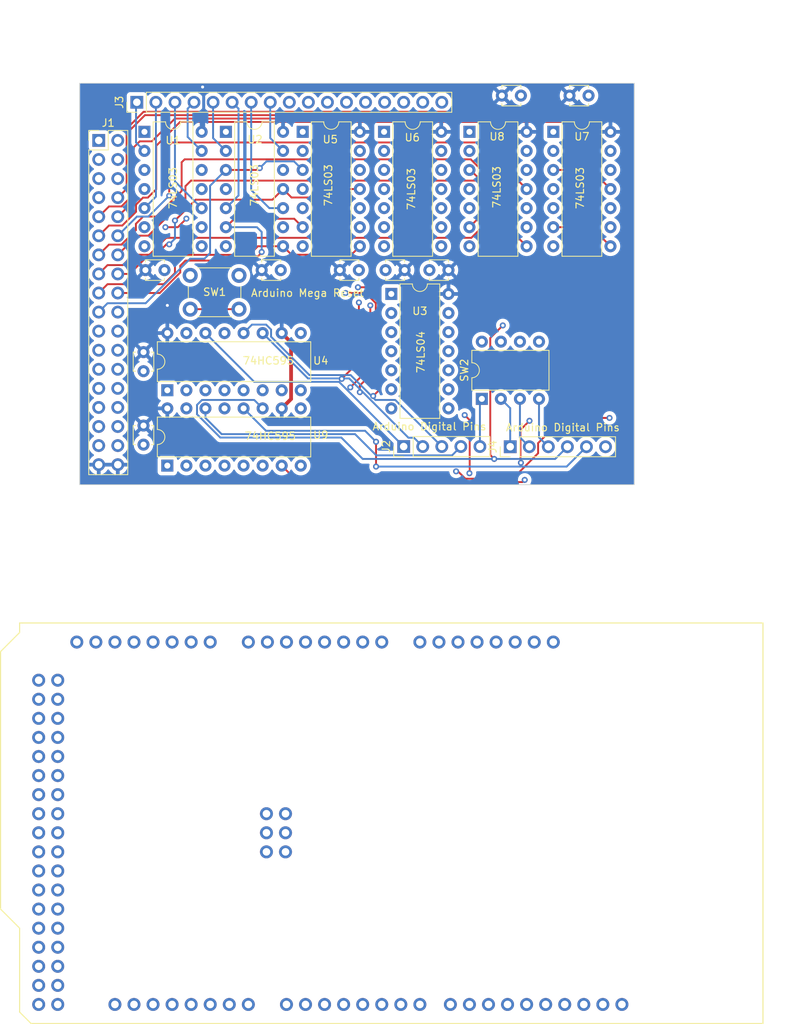
<source format=kicad_pcb>
(kicad_pcb (version 20221018) (generator pcbnew)
  (layers (0 "F.Cu" signal) (1 "In1.Cu" signal) (2 "In2.Cu" signal) (31 "B.Cu" signal) (34 "B.Paste" user) (35 "F.Paste" user) (36 "B.SilkS" user "B.Silkscreen") (37 "F.SilkS" user "F.Silkscreen") (38 "B.Mask" user) (39 "F.Mask" user) (44 "Edge.Cuts" user))
  (net 0 "")
  (net 1 "+5V")
  (net 2 "GND")
  (net 3 "~{POWER FAIL}")
  (net 4 "MEM OK")
  (net 5 "~{EXEC}")
  (net 6 "~{DEFER}")
  (net 7 "~{FETCH}")
  (net 8 "~{MEM15}")
  (net 9 "~{MEM14}")
  (net 10 "~{MEM13}")
  (net 11 "~{MEM12}")
  (net 12 "~{MEM11}")
  (net 13 "~{MEM10}")
  (net 14 "~{MEM9}")
  (net 15 "~{MEM8}")
  (net 16 "~{MEM7}")
  (net 17 "~{MEM6}")
  (net 18 "~{MEM5}")
  (net 19 "~{MEM4}")
  (net 20 "~{MEM3}")
  (net 21 "~{MEM2}")
  (net 22 "~{MEM1}")
  (net 23 "~{MEM0}")
  (net 24 "~{CARRY}")
  (net 25 "~{ION}")
  (net 26 "~{RUN}")
  (net 27 "~{MBO15}")
  (net 28 "~{MBO14}")
  (net 29 "~{MBO13}")
  (net 30 "~{MBO12}")
  (net 31 "~{MBO11}")
  (net 32 "~{MBO10}")
  (net 33 "~{MBO9}")
  (net 34 "~{MBO8}")
  (net 35 "DataPin1")
  (net 36 "ClockPin1")
  (net 37 "LatchPin1")
  (net 38 "DataPin2")
  (net 39 "DIP4")
  (net 40 "A15")
  (net 41 "A14")
  (net 42 "A13")
  (net 43 "A12")
  (net 44 "A11")
  (net 45 "A10")
  (net 46 "A09")
  (net 47 "A08")
  (net 49 "RESTART ENABLE")
  (net 50 "~{RST}")
  (net 51 "~{CON RQ}")
  (net 52 "~{CON INST}")
  (net 53 "~{PL}")
  (net 54 "~{ISTP}")
  (net 55 "A01")
  (net 56 "A00")
  (net 57 "DIP3")
  (net 58 "DIP2")
  (net 59 "DIP1")
  (net 60 "ClockPin2")
  (net 61 "LatchPin2")
  (net 62 "/+5V OK")
  (net 63 "RST1")
  (net 64 "CON INST")
  (net 65 "~{CON DATA}")
  (net 66 "CON DATA")
  (net 67 "Addr01")
  (net 68 "Addr02")
  (net 69 "Addr03")
  (net 70 "Addr04")
  (net 71 "Addr05")
  (net 72 "Addr06")
  (net 73 "Addr07")
  (net 76 "Addr00")
  (net 77 "Addr08")
  (net 78 "Addr09")
  (net 79 "Addr10")
  (net 80 "Addr11")
  (net 81 "Addr12")
  (net 82 "Addr13")
  (net 83 "Addr14")
  (net 84 "Addr15")
  (footprint "Forgotten Machines:Disc Capacitor Entrex Trapezoid .10" (layer "F.Cu") (at 76.962 90.043)
    (fp_text reference "C1" hide)
    (fp_text value "CAP_Disc_Common_-_Entrex_Trapezoid" hide)
  )
  (footprint "Connector_PinHeader_2.54mm:PinHeader_2x18_P2.54mm_Vertical" (layer "F.Cu") (at 69.469 72.771)
    (fp_text reference "J1")
    (fp_text value "Conn_02x18_Odd_Even" hide)
  )
  (footprint "Forgotten Machines:Disc Capacitor Entrex Trapezoid .10" (layer "F.Cu") (at 75.438 102.235 -90)
    (fp_text reference "C7" hide)
    (fp_text value "CAP_Disc_Common_-_Entrex_Trapezoid" hide)
  )
  (footprint "Package_DIP:DIP-14_W7.62mm" (layer "F.Cu") (at 75.565 71.628)
    (fp_text reference "U1")
    (fp_text value "74LS03")
  )
  (footprint "Package_DIP:DIP-14_W7.62mm" (layer "F.Cu") (at 118.872 71.628)
    (fp_text reference "U8")
    (fp_text value "74LS03")
  )
  (footprint "Connector_PinHeader_2.54mm:PinHeader_1x17_P2.54mm_Vertical" (layer "F.Cu") (at 74.549 67.691 90)
    (fp_text reference "J3")
    (fp_text value "Conn_01x17" hide)
  )
  (footprint "Forgotten Machines:Disc Capacitor Entrex Trapezoid .10" (layer "F.Cu") (at 75.438 112.013999 -90)
    (fp_text reference "C6" hide)
    (fp_text value "CAP_Disc_Common_-_Entrex_Trapezoid" hide)
  )
  (footprint "Package_DIP:DIP-14_W7.62mm" (layer "F.Cu") (at 96.647 71.628)
    (fp_text reference "U5")
    (fp_text value "74LS03")
  )
  (footprint "Package_DIP:DIP-14_W7.62mm" (layer "F.Cu") (at 108.458 93.218)
    (fp_text reference "U3")
    (fp_text value "74LS04")
  )
  (footprint "Package_DIP:DIP-14_W7.62mm" (layer "F.Cu") (at 107.497 71.628)
    (fp_text reference "U6")
    (fp_text value "74LS03")
  )
  (footprint "Forgotten Machines:Disc Capacitor Entrex Trapezoid .10" (layer "F.Cu") (at 92.456 90.043)
    (fp_text reference "C9" hide)
    (fp_text value "CAP_Disc_Common_-_Entrex_Trapezoid" hide)
  )
  (footprint "Forgotten Machines:Arduino_Mega2560_Shield" (layer "F.Cu") (at 157.988 137.033 180)
    (fp_text reference "XA1" hide)
    (fp_text value "Arduino_Mega2560_Shield" hide)
  )
  (footprint "Package_DIP:DIP-14_W7.62mm" (layer "F.Cu") (at 130.048 71.628)
    (fp_text reference "U7")
    (fp_text value "74LS03")
  )
  (footprint "Forgotten Machines:Disc Capacitor Entrex Trapezoid .10" (layer "F.Cu") (at 114.808 90.043 180)
    (fp_text reference "C4" hide)
    (fp_text value "CAP_Disc_Common_-_Entrex_Trapezoid" hide)
  )
  (footprint "Package_DIP:DIP-16_W7.62mm" (layer "F.Cu") (at 78.613 106.045 90)
    (fp_text reference "U4")
    (fp_text value "74HC595")
  )
  (footprint "Forgotten Machines:Disc Capacitor Entrex Trapezoid .10" (layer "F.Cu") (at 133.477 66.802)
    (fp_text reference "C5" hide)
    (fp_text value "CAP_Disc_Common_-_Entrex_Trapezoid" hide)
  )
  (footprint "Forgotten Machines:Disc Capacitor Entrex Trapezoid .10" (layer "F.Cu") (at 108.966 90.043 180)
    (fp_text reference "C3" hide)
    (fp_text value "CAP_Disc_Common_-_Entrex_Trapezoid" hide)
  )
  (footprint "Forgotten Machines:Disc Capacitor Entrex Trapezoid .10" (layer "F.Cu") (at 102.87 90.043)
    (fp_text reference "C8" hide)
    (fp_text value "CAP_Disc_Common_-_Entrex_Trapezoid" hide)
  )
  (footprint "Button_Switch_THT:SW_PUSH_6mm" (layer "F.Cu") (at 81.661 90.744)
    (fp_text reference "SW1")
    (fp_text value "Arduino Mega Reset")
  )
  (footprint "Package_DIP:DIP-16_W7.62mm" (layer "F.Cu") (at 78.613 116.078 90)
    (fp_text reference "U9")
    (fp_text value "74HC595")
  )
  (footprint "Connector_PinHeader_2.54mm:PinHeader_1x05_P2.54mm_Vertical" (layer "F.Cu") (at 110.109 113.538 90)
    (fp_text reference "J2")
    (fp_text value "Arduino Digital Pins")
  )
  (footprint "Connector_PinHeader_2.54mm:PinHeader_1x06_P2.54mm_Vertical" (layer "F.Cu") (at 124.3076 113.5634 90)
    (fp_text reference "J4")
    (fp_text value "Arduino Digital Pins")
  )
  (footprint "Package_DIP:DIP-14_W7.62mm" (layer "F.Cu") (at 86.415 71.628)
    (fp_text reference "U2")
    (fp_text value "74LS03")
  )
  (footprint "Forgotten Machines:Disc Capacitor Entrex Trapezoid .10" (layer "F.Cu") (at 124.46 66.802)
    (fp_text reference "C2" hide)
    (fp_text value "CAP_Disc_Common_-_Entrex_Trapezoid" hide)
  )
  (footprint "Package_DIP:DIP-8_W7.62mm" (layer "F.Cu") (at 120.523 107.188 90)
    (fp_text reference "SW2")
    (fp_text value "SW_DIP_x04" hide)
  )
  (gr_rect (start 66.929 65.151) (end 140.843 118.618) (stroke (width 0.1)) (fill none) (layer "Edge.Cuts"))
  (segment (start 93.853 98.425) (end 95.053 99.625) (width 0.4) (layer "F.Cu") (net 1))
  (segment (start 93.853 108.458) (end 95.103 107.208) (width 0.5) (layer "F.Cu") (net 1))
  (segment (start 95.103 99.675) (end 93.853 98.425) (width 0.5) (layer "F.Cu") (net 1))
  (segment (start 95.103 107.208) (end 95.103 99.675) (width 0.5) (layer "F.Cu") (net 1))
  (via (at 83.312 65.659) (size 0.8) (drill 0.4) (layers "F.Cu" "B.Cu") (net 1))
  (via (at 78.613 94.742) (size 0.8) (drill 0.4) (layers "F.Cu" "B.Cu") (net 1))
  (segment (start 83.459 71.354) (end 83.185 71.628) (width 0.4) (layer "B.Cu") (net 1))
  (segment (start 83.459 65.806) (end 83.459 71.354) (width 0.4) (layer "B.Cu") (net 1))
  (segment (start 83.185 71.628) (end 83.344 71.469) (width 0.25) (layer "B.Cu") (net 1))
  (segment (start 83.312 65.659) (end 83.459 65.806) (width 0.4) (layer "B.Cu") (net 1))
  (segment (start 136.144 77.724) (end 136.144 70.485) (width 0.25) (layer "F.Cu") (net 8))
  (segment (start 73.184 79.216) (end 72.009 80.391) (width 0.25) (layer "F.Cu") (net 8))
  (segment (start 136.144 70.485) (end 134.62 68.961) (width 0.25) (layer "F.Cu") (net 8))
  (segment (start 75.438 68.961) (end 73.184 71.215) (width 0.25) (layer "F.Cu") (net 8))
  (segment (start 137.668 79.248) (end 136.144 77.724) (width 0.25) (layer "F.Cu") (net 8))
  (segment (start 73.184 71.215) (end 73.184 79.216) (width 0.25) (layer "F.Cu") (net 8))
  (segment (start 134.62 68.961) (end 75.438 68.961) (width 0.25) (layer "F.Cu") (net 8))
  (segment (start 135.382 71.501) (end 135.382 84.582) (width 0.25) (layer "F.Cu") (net 9))
  (segment (start 133.292 69.411) (end 135.382 71.501) (width 0.25) (layer "F.Cu") (net 9))
  (segment (start 75.624396 69.411) (end 133.292 69.411) (width 0.25) (layer "F.Cu") (net 9))
  (segment (start 73.634 71.401396) (end 75.624396 69.411) (width 0.25) (layer "F.Cu") (net 9))
  (segment (start 70.834 81.566) (end 72.495701 81.566) (width 0.25) (layer "F.Cu") (net 9))
  (segment (start 135.382 84.582) (end 137.668 86.868) (width 0.25) (layer "F.Cu") (net 9))
  (segment (start 69.469 82.931) (end 70.834 81.566) (width 0.25) (layer "F.Cu") (net 9))
  (segment (start 73.634 80.427701) (end 73.634 71.401396) (width 0.25) (layer "F.Cu") (net 9))
  (segment (start 72.495701 81.566) (end 73.634 80.427701) (width 0.25) (layer "F.Cu") (net 9))
  (segment (start 131.884 84.328) (end 130.048 84.328) (width 0.25) (layer "F.Cu") (net 10))
  (segment (start 78.279 71.211) (end 79.629 69.861) (width 0.25) (layer "F.Cu") (net 10))
  (segment (start 74.084 80.856) (end 74.084 73.744) (width 0.25) (layer "F.Cu") (net 10))
  (segment (start 74.93 72.898) (end 76.545 72.898) (width 0.25) (layer "F.Cu") (net 10))
  (segment (start 134.932 71.687396) (end 134.932 81.28) (width 0.25) (layer "F.Cu") (net 10))
  (segment (start 76.545 72.898) (end 78.232 71.211) (width 0.25) (layer "F.Cu") (net 10))
  (segment (start 74.084 73.744) (end 74.93 72.898) (width 0.25) (layer "F.Cu") (net 10))
  (segment (start 72.009 82.931) (end 74.084 80.856) (width 0.25) (layer "F.Cu") (net 10))
  (segment (start 134.932 81.28) (end 131.884 84.328) (width 0.25) (layer "F.Cu") (net 10))
  (segment (start 133.105604 69.861) (end 134.932 71.687396) (width 0.25) (layer "F.Cu") (net 10))
  (segment (start 79.629 69.861) (end 133.105604 69.861) (width 0.25) (layer "F.Cu") (net 10))
  (segment (start 78.232 71.211) (end 78.279 71.211) (width 0.25) (layer "F.Cu") (net 10))
  (segment (start 74.44 82.278) (end 74.44 81.322009) (width 0.25) (layer "F.Cu") (net 11))
  (segment (start 77.135198 73.486802) (end 80.311 70.311) (width 0.25) (layer "F.Cu") (net 11))
  (segment (start 72.612 84.106) (end 74.44 82.278) (width 0.25) (layer "F.Cu") (net 11))
  (segment (start 80.311 70.311) (end 131.525 70.311) (width 0.25) (layer "F.Cu") (net 11))
  (segment (start 133.858 72.644) (end 133.858 75.057) (width 0.25) (layer "F.Cu") (net 11))
  (segment (start 75.371009 80.391) (end 76.012991 80.391) (width 0.25) (layer "F.Cu") (net 11))
  (segment (start 133.858 75.057) (end 132.207 76.708) (width 0.25) (layer "F.Cu") (net 11))
  (segment (start 70.834 84.106) (end 72.612 84.106) (width 0.25) (layer "F.Cu") (net 11))
  (segment (start 131.525 70.311) (end 133.858 72.644) (width 0.25) (layer "F.Cu") (net 11))
  (segment (start 76.012991 80.391) (end 77.135198 79.268793) (width 0.25) (layer "F.Cu") (net 11))
  (segment (start 132.207 76.708) (end 130.048 76.708) (width 0.25) (layer "F.Cu") (net 11))
  (segment (start 77.135198 79.268793) (end 77.135198 73.486802) (width 0.25) (layer "F.Cu") (net 11))
  (segment (start 74.44 81.322009) (end 75.371009 80.391) (width 0.25) (layer "F.Cu") (net 11))
  (segment (start 69.469 85.471) (end 70.834 84.106) (width 0.25) (layer "F.Cu") (net 11))
  (segment (start 78.867 80.137) (end 78.867 73.406) (width 0.25) (layer "F.Cu") (net 12))
  (segment (start 122.065 73.043) (end 123.444 74.422) (width 0.25) (layer "F.Cu") (net 12))
  (segment (start 123.444 74.422) (end 123.444 76.2) (width 0.25) (layer "F.Cu") (net 12))
  (segment (start 78.867 73.406) (end 79.23 73.043) (width 0.25) (layer "F.Cu") (net 12))
  (segment (start 123.444 76.2) (end 126.492 79.248) (width 0.25) (layer "F.Cu") (net 12))
  (segment (start 79.23 73.043) (end 122.065 73.043) (width 0.25) (layer "F.Cu") (net 12))
  (via (at 78.867 80.137) (size 0.8) (drill 0.4) (layers "F.Cu" "B.Cu") (net 12))
  (segment (start 76.091 82.913) (end 78.867 80.137) (width 0.25) (layer "B.Cu") (net 12))
  (segment (start 72.009 85.471) (end 74.567 82.913) (width 0.25) (layer "B.Cu") (net 12))
  (segment (start 74.567 82.913) (end 76.091 82.913) (width 0.25) (layer "B.Cu") (net 12))
  (segment (start 80.917 75.293) (end 119.047991 75.293) (width 0.25) (layer "F.Cu") (net 13))
  (segment (start 80.518 79.511305) (end 80.518 75.692) (width 0.25) (layer "F.Cu") (net 13))
  (segment (start 77.116305 82.913) (end 80.518 79.511305) (width 0.25) (layer "F.Cu") (net 13))
  (segment (start 123.571 79.816009) (end 123.571 83.947) (width 0.25) (layer "F.Cu") (net 13))
  (segment (start 119.047991 75.293) (end 123.571 79.816009) (width 0.25) (layer "F.Cu") (net 13))
  (segment (start 75.389009 82.913) (end 77.116305 82.913) (width 0.25) (layer "F.Cu") (net 13))
  (segment (start 72.495701 86.646) (end 74.422 84.719701) (width 0.25) (layer "F.Cu") (net 13))
  (segment (start 74.422 84.719701) (end 74.422 83.880009) (width 0.25) (layer "F.Cu") (net 13))
  (segment (start 74.422 83.880009) (end 75.389009 82.913) (width 0.25) (layer "F.Cu") (net 13))
  (segment (start 70.834 86.646) (end 72.495701 86.646) (width 0.25) (layer "F.Cu") (net 13))
  (segment (start 69.469 88.011) (end 70.834 86.646) (width 0.25) (layer "F.Cu") (net 13))
  (segment (start 80.518 75.692) (end 80.917 75.293) (width 0.25) (layer "F.Cu") (net 13))
  (segment (start 123.571 83.947) (end 126.492 86.868) (width 0.25) (layer "F.Cu") (net 13))
  (segment (start 118.872 84.328) (end 121.6025 81.5975) (width 0.25) (layer "F.Cu") (net 14))
  (segment (start 76.091 85.453) (end 74.567 85.453) (width 0.25) (layer "F.Cu") (net 14))
  (segment (start 81.026 78.867) (end 81.026 80.518) (width 0.25) (layer "F.Cu") (net 14))
  (segment (start 81.77 78.123) (end 81.026 78.867) (width 0.25) (layer "F.Cu") (net 14))
  (segment (start 121.6025 79.9465) (end 119.779 78.123) (width 0.25) (layer "F.Cu") (net 14))
  (segment (start 119.779 78.123) (end 81.77 78.123) (width 0.25) (layer "F.Cu") (net 14))
  (segment (start 74.567 85.453) (end 72.009 88.011) (width 0.25) (layer "F.Cu") (net 14))
  (segment (start 81.026 80.518) (end 76.091 85.453) (width 0.25) (layer "F.Cu") (net 14))
  (segment (start 121.6025 81.5975) (end 121.6025 79.9465) (width 0.25) (layer "F.Cu") (net 14))
  (segment (start 119.000396 76.708) (end 122.0525 79.760104) (width 0.25) (layer "F.Cu") (net 15))
  (segment (start 72.676 89.376) (end 70.644 89.376) (width 0.25) (layer "F.Cu") (net 15))
  (segment (start 122.0525 82.8165) (end 119.126 85.743) (width 0.25) (layer "F.Cu") (net 15))
  (segment (start 122.0525 79.760104) (end 122.0525 82.8165) (width 0.25) (layer "F.Cu") (net 15))
  (segment (start 74.059 87.993) (end 72.676 89.376) (width 0.25) (layer "F.Cu") (net 15))
  (segment (start 76.218 87.993) (end 74.059 87.993) (width 0.25) (layer "F.Cu") (net 15))
  (segment (start 118.872 76.708) (end 119.000396 76.708) (width 0.25) (layer "F.Cu") (net 15))
  (segment (start 78.468 85.743) (end 76.218 87.993) (width 0.25) (layer "F.Cu") (net 15))
  (segment (start 119.126 85.743) (end 78.468 85.743) (width 0.25) (layer "F.Cu") (net 15))
  (segment (start 70.644 89.376) (end 69.469 90.551) (width 0.25) (layer "F.Cu") (net 15))
  (segment (start 94.035 79.248) (end 92.62 80.663) (width 0.25) (layer "F.Cu") (net 16))
  (segment (start 99.078 80.373) (end 100.203 79.248) (width 0.25) (layer "F.Cu") (net 16))
  (segment (start 75.625009 88.519) (end 76.581 88.519) (width 0.25) (layer "F.Cu") (net 16))
  (segment (start 73.593009 90.551) (end 75.625009 88.519) (width 0.25) (layer "F.Cu") (net 16))
  (segment (start 78.486 86.614) (end 78.867 86.614) (width 0.25) (layer "F.Cu") (net 16))
  (segment (start 82.405 80.663) (end 79.629 83.439) (width 0.25) (layer "F.Cu") (net 16))
  (segment (start 92.62 80.663) (end 82.405 80.663) (width 0.25) (layer "F.Cu") (net 16))
  (segment (start 72.009 90.551) (end 73.593009 90.551) (width 0.25) (layer "F.Cu") (net 16))
  (segment (start 94.035 79.248) (end 95.16 80.373) (width 0.25) (layer "F.Cu") (net 16))
  (segment (start 76.581 88.519) (end 78.486 86.614) (width 0.25) (layer "F.Cu") (net 16))
  (segment (start 95.16 80.373) (end 99.078 80.373) (width 0.25) (layer "F.Cu") (net 16))
  (segment (start 100.203 79.248) (end 104.267 79.248) (width 0.25) (layer "F.Cu") (net 16))
  (via (at 78.867 86.614) (size 0.8) (drill 0.4) (layers "F.Cu" "B.Cu") (net 16))
  (via (at 79.629 83.439) (size 0.8) (drill 0.4) (layers "F.Cu" "B.Cu") (net 16))
  (segment (start 79.629 85.852) (end 79.629 83.439) (width 0.25) (layer "B.Cu") (net 16))
  (segment (start 78.867 86.614) (end 79.629 85.852) (width 0.25) (layer "B.Cu") (net 16))
  (segment (start 103.142 87.993) (end 104.267 86.868) (width 0.25) (layer "F.Cu") (net 17))
  (segment (start 70.644 91.916) (end 78.137 91.916) (width 0.25) (layer "F.Cu") (net 17))
  (segment (start 80.137 88.011) (end 89.535 88.011) (width 0.25) (layer "F.Cu") (net 17))
  (segment (start 69.469 93.091) (end 70.644 91.916) (width 0.25) (layer "F.Cu") (net 17))
  (segment (start 79.629 90.424) (end 79.629 88.519) (width 0.25) (layer "F.Cu") (net 17))
  (segment (start 95.16 87.993) (end 103.142 87.993) (width 0.25) (layer "F.Cu") (net 17))
  (segment (start 79.629 88.519) (end 80.137 88.011) (width 0.25) (layer "F.Cu") (net 17))
  (segment (start 90.678 86.868) (end 94.035 86.868) (width 0.25) (layer "F.Cu") (net 17))
  (segment (start 89.535 88.011) (end 90.678 86.868) (width 0.25) (layer "F.Cu") (net 17))
  (segment (start 94.035 86.868) (end 95.16 87.993) (width 0.25) (layer "F.Cu") (net 17))
  (segment (start 78.137 91.916) (end 79.629 90.424) (width 0.25) (layer "F.Cu") (net 17))
  (segment (start 77.598396 93.091) (end 80.336 90.353396) (width 0.25) (layer "F.Cu") (net 18))
  (segment (start 86.233 88.773) (end 86.487 88.519) (width 0.25) (layer "F.Cu") (net 18))
  (segment (start 80.336 90.353396) (end 80.336 89.463) (width 0.25) (layer "F.Cu") (net 18))
  (segment (start 86.487 88.519) (end 89.663396 88.519) (width 0.25) (layer "F.Cu") (net 18))
  (segment (start 89.663396 88.519) (end 89.985 88.197396) (width 0.25) (layer "F.Cu") (net 18))
  (segment (start 80.336 89.463) (end 81.026 88.773) (width 0.25) (layer "F.Cu") (net 18))
  (segment (start 86.415 84.328) (end 87.54 83.203) (width 0.25) (layer "F.Cu") (net 18))
  (segment (start 90.745604 88.197396) (end 91.186 87.63) (width 0.25) (layer "F.Cu") (net 18))
  (segment (start 87.54 83.203) (end 95.522 83.203) (width 0.25) (layer "F.Cu") (net 18))
  (segment (start 72.009 93.091) (end 77.598396 93.091) (width 0.25) (layer "F.Cu") (net 18))
  (segment (start 91.186 87.63) (end 91.186 87.757) (width 0.25) (layer "F.Cu") (net 18))
  (segment (start 89.985 88.197396) (end 90.745604 88.197396) (width 0.25) (layer "F.Cu") (net 18))
  (segment (start 81.026 88.773) (end 86.233 88.773) (width 0.25) (layer "F.Cu") (net 18))
  (segment (start 95.522 83.203) (end 96.647 84.328) (width 0.25) (layer "F.Cu") (net 18))
  (via (at 91.186 87.63) (size 0.8) (drill 0.4) (layers "F.Cu" "B.Cu") (net 18))
  (segment (start 90.551 84.328) (end 86.415 84.328) (width 0.25) (layer "B.Cu") (net 18))
  (segment (start 91.186 87.63) (end 91.186 84.963) (width 0.25) (layer "B.Cu") (net 18))
  (segment (start 91.186 84.963) (end 90.551 84.328) (width 0.25) (layer "B.Cu") (net 18))
  (segment (start 90.678 76.708) (end 90.932 76.454) (width 0.25) (layer "F.Cu") (net 19))
  (segment (start 86.415 76.708) (end 90.678 76.708) (width 0.25) (layer "F.Cu") (net 19))
  (via (at 90.932 76.454) (size 0.8) (drill 0.4) (layers "F.Cu" "B.Cu") (net 19))
  (segment (start 90.932 76.454) (end 91.821 75.565) (width 0.25) (layer "B.Cu") (net 19))
  (segment (start 86.415 76.708) (end 84.31 78.813) (width 0.25) (layer "B.Cu") (net 19))
  (segment (start 83.566 88.519) (end 81.661 88.519) (width 0.25) (layer "B.Cu") (net 19))
  (segment (start 96.647 76.708) (end 95.504 75.565) (width 0.25) (layer "B.Cu") (net 19))
  (segment (start 75.724 94.456) (end 70.644 94.456) (width 0.25) (layer "B.Cu") (net 19))
  (segment (start 84.31 78.813) (end 84.31 87.775) (width 0.25) (layer "B.Cu") (net 19))
  (segment (start 81.661 88.519) (end 75.724 94.456) (width 0.25) (layer "B.Cu") (net 19))
  (segment (start 95.504 75.565) (end 91.821 75.565) (width 0.25) (layer "B.Cu") (net 19))
  (segment (start 84.31 87.775) (end 83.566 88.519) (width 0.25) (layer "B.Cu") (net 19))
  (segment (start 70.644 94.456) (end 69.469 95.631) (width 0.25) (layer "B.Cu") (net 19))
  (segment (start 80.01 84.328) (end 81.153 83.185) (width 0.25) (layer "F.Cu") (net 22))
  (segment (start 78.359 84.328) (end 80.01 84.328) (width 0.25) (layer "F.Cu") (net 22))
  (via (at 81.153 83.185) (size 0.8) (drill 0.4) (layers "F.Cu" "B.Cu") (net 22))
  (via (at 78.359 84.328) (size 0.8) (drill 0.4) (layers "F.Cu" "B.Cu") (net 22))
  (segment (start 83.693 98.425) (end 90.188 104.92) (width 0.25) (layer "B.Cu") (net 35))
  (segment (start 90.188 104.92) (end 101.491 104.92) (width 0.25) (layer "B.Cu") (net 35))
  (segment (start 101.491 104.92) (end 110.109 113.538) (width 0.25) (layer "B.Cu") (net 35))
  (segment (start 91.313 98.425) (end 97.358 104.47) (width 0.25) (layer "B.Cu") (net 36))
  (segment (start 97.358 104.47) (end 102.851 104.47) (width 0.25) (layer "B.Cu") (net 36))
  (segment (start 111.474 112.363) (end 112.649 113.538) (width 0.25) (layer "B.Cu") (net 36))
  (segment (start 102.851 104.47) (end 110.744 112.363) (width 0.25) (layer "B.Cu") (net 36))
  (segment (start 110.744 112.363) (end 111.474 112.363) (width 0.25) (layer "B.Cu") (net 36))
  (segment (start 92.438 97.959009) (end 92.438 98.913604) (width 0.25) (layer "B.Cu") (net 37))
  (segment (start 92.438 98.913604) (end 97.544396 104.02) (width 0.25) (layer "B.Cu") (net 37))
  (segment (start 106.350396 107.333) (end 108.984 107.333) (width 0.25) (layer "B.Cu") (net 37))
  (segment (start 97.544396 104.02) (end 103.037396 104.02) (width 0.25) (layer "B.Cu") (net 37))
  (segment (start 91.778991 97.3) (end 92.438 97.959009) (width 0.25) (layer "B.Cu") (net 37))
  (segment (start 89.898 97.3) (end 91.778991 97.3) (width 0.25) (layer "B.Cu") (net 37))
  (segment (start 88.773 98.425) (end 89.898 97.3) (width 0.25) (layer "B.Cu") (net 37))
  (segment (start 108.984 107.333) (end 115.189 113.538) (width 0.25) (layer "B.Cu") (net 37))
  (segment (start 103.037396 104.02) (end 106.350396 107.333) (width 0.25) (layer "B.Cu") (net 37))
  (segment (start 85.852 111.887) (end 83.693 109.728) (width 0.25) (layer "B.Cu") (net 38))
  (segment (start 103.632 111.887) (end 85.852 111.887) (width 0.25) (layer "B.Cu") (net 38))
  (segment (start 117.729 113.538) (end 116.554 114.713) (width 0.25) (layer "B.Cu") (net 38))
  (segment (start 83.693 109.728) (end 83.693 108.458) (width 0.25) (layer "B.Cu") (net 38))
  (segment (start 106.458 114.713) (end 103.632 111.887) (width 0.25) (layer "B.Cu") (net 38))
  (segment (start 116.554 114.713) (end 106.458 114.713) (width 0.25) (layer "B.Cu") (net 38))
  (segment (start 120.269 113.538) (end 120.269 107.442) (width 0.25) (layer "B.Cu") (net 39))
  (segment (start 120.269 107.442) (end 120.523 107.188) (width 0.25) (layer "B.Cu") (net 39))
  (segment (start 74.549 67.691) (end 74.44 67.8) (width 0.25) (layer "B.Cu") (net 40))
  (segment (start 74.44 67.8) (end 74.44 73.043) (width 0.25) (layer "B.Cu") (net 40))
  (segment (start 74.44 73.043) (end 75.565 74.168) (width 0.25) (layer "B.Cu") (net 40))
  (segment (start 77.089 80.264) (end 75.565 81.788) (width 0.25) (layer "B.Cu") (net 41))
  (segment (start 77.089 67.691) (end 77.089 80.264) (width 0.25) (layer "B.Cu") (net 41))
  (segment (start 79.629 78.232) (end 83.185 81.788) (width 0.25) (layer "B.Cu") (net 42))
  (segment (start 79.629 67.691) (end 79.629 78.232) (width 0.25) (layer "B.Cu") (net 42))
  (segment (start 81.319 72.302) (end 83.185 74.168) (width 0.25) (layer "B.Cu") (net 43))
  (segment (start 82.169 67.691) (end 81.319 68.541) (width 0.25) (layer "B.Cu") (net 43))
  (segment (start 81.319 68.541) (end 81.319 72.302) (width 0.25) (layer "B.Cu") (net 43))
  (segment (start 84.709 72.462) (end 86.415 74.168) (width 0.25) (layer "B.Cu") (net 44))
  (segment (start 84.709 67.691) (end 84.709 72.462) (width 0.25) (layer "B.Cu") (net 44))
  (segment (start 88.099 68.541) (end 88.099 80.104) (width 0.25) (layer "B.Cu") (net 45))
  (segment (start 87.249 67.691) (end 88.099 68.541) (width 0.25) (layer "B.Cu") (net 45))
  (segment (start 88.099 80.104) (end 86.415 81.788) (width 0.25) (layer "B.Cu") (net 45))
  (segment (start 89.789 67.691) (end 89.789 79.375) (width 0.25) (layer "B.Cu") (net 46))
  (segment (start 89.789 79.375) (end 92.202 81.788) (width 0.25) (layer "B.Cu") (net 46))
  (segment (start 92.202 81.788) (end 94.035 81.788) (width 0.25) (layer "B.Cu") (net 46))
  (segment (start 92.329 67.691) (end 92.329 72.462) (width 0.25) (layer "B.Cu") (net 47))
  (segment (start 92.329 72.462) (end 94.035 74.168) (width 0.25) (layer "B.Cu") (net 47))
  (segment (start 124.3076 113.5634) (end 124.3076 108.4326) (width 0.25) (layer "B.Cu") (net 57))
  (segment (start 124.3076 108.4326) (end 123.063 107.188) (width 0.25) (layer "B.Cu") (net 57))
  (segment (start 126.8476 113.5634) (end 125.603 112.3188) (width 0.25) (layer "B.Cu") (net 58))
  (segment (start 125.603 112.3188) (end 125.603 107.188) (width 0.25) (layer "B.Cu") (net 58))
  (segment (start 129.3876 113.5634) (end 128.143 112.3188) (width 0.25) (layer "B.Cu") (net 59))
  (segment (start 128.143 112.3188) (end 128.143 107.188) (width 0.25) (layer "B.Cu") (net 59))
  (segment (start 82.568 107.992009) (end 82.568 109.239396) (width 0.25) (layer "B.Cu") (net 60))
  (segment (start 91.313 108.458) (end 90.188 107.333) (width 0.25) (layer "B.Cu") (net 60))
  (segment (start 85.665604 112.337) (end 101.796 112.337) (width 0.25) (layer "B.Cu") (net 60))
  (segment (start 130.302 115.189) (end 131.9276 113.5634) (width 0.25) (layer "B.Cu") (net 60))
  (segment (start 83.227009 107.333) (end 82.568 107.992009) (width 0.25) (layer "B.Cu") (net 60))
  (segment (start 90.188 107.333) (end 83.227009 107.333) (width 0.25) (layer "B.Cu") (net 60))
  (segment (start 104.648 115.189) (end 130.302 115.189) (width 0.25) (layer "B.Cu") (net 60))
  (segment (start 82.568 109.239396) (end 85.665604 112.337) (width 0.25) (layer "B.Cu") (net 60))
  (segment (start 101.796 112.337) (end 104.648 115.189) (width 0.25) (layer "B.Cu") (net 60))
  (segment (start 106.426 112.903) (end 106.426 116.205) (width 0.25) (layer "F.Cu") (net 61))
  (via (at 106.426 116.205) (size 0.8) (drill 0.4) (layers "F.Cu" "B.Cu") (net 61))
  (via (at 106.426 112.903) (size 0.8) (drill 0.4) (layers "F.Cu" "B.Cu") (net 61))
  (segment (start 104.96 111.437) (end 106.426 112.903) (width 0.25) (layer "B.Cu") (net 61))
  (segment (start 106.426 116.205) (end 131.826 116.205) (width 0.25) (layer "B.Cu") (net 61))
  (segment (start 131.826 116.205) (end 134.4676 113.5634) (width 0.25) (layer "B.Cu") (net 61))
  (segment (start 88.773 108.458) (end 91.752 111.437) (width 0.25) (layer "B.Cu") (net 61))
  (segment (start 91.752 111.437) (end 104.96 111.437) (width 0.25) (layer "B.Cu") (net 61))
  (segment (start 81.661 95.244) (end 88.161 95.244) (width 0.25) (layer "F.Cu") (net 63))
  (segment (start 104.14 102.235) (end 101.854 104.521) (width 0.25) (layer "F.Cu") (net 70))
  (segment (start 104.14 94.361) (end 104.14 102.235) (width 0.25) (layer "F.Cu") (net 70))
  (via (at 104.14 94.361) (size 0.8) (drill 0.4) (layers "F.Cu" "B.Cu") (net 70))
  (via (at 101.854 104.521) (size 0.8) (drill 0.4) (layers "F.Cu" "B.Cu") (net 70))
  (segment (start 105.664 94.742) (end 105.664 102.997) (width 0.25) (layer "F.Cu") (net 71))
  (segment (start 105.664 102.997) (end 102.997 105.664) (width 0.25) (layer "F.Cu") (net 71))
  (via (at 102.997 105.664) (size 0.8) (drill 0.4) (layers "F.Cu" "B.Cu") (net 71))
  (via (at 105.664 94.742) (size 0.8) (drill 0.4) (layers "F.Cu" "B.Cu") (net 71))
  (segment (start 104.267 105.41) (end 104.267 106.299) (width 0.25) (layer "F.Cu") (net 72))
  (segment (start 102.362 93.091) (end 105.038305 93.091) (width 0.25) (layer "F.Cu") (net 72))
  (segment (start 106.389 94.441695) (end 106.389 103.288) (width 0.25) (layer "F.Cu") (net 72))
  (segment (start 105.038305 93.091) (end 106.389 94.441695) (width 0.25) (layer "F.Cu") (net 72))
  (segment (start 106.389 103.288) (end 104.267 105.41) (width 0.25) (layer "F.Cu") (net 72))
  (via (at 104.267 106.299) (size 0.8) (drill 0.4) (layers "F.Cu" "B.Cu") (net 72))
  (via (at 102.362 93.091) (size 0.8) (drill 0.4) (layers "F.Cu" "B.Cu") (net 72))
  (segment (start 106.839 106.013) (end 106.839 94.255299) (width 0.25) (layer "F.Cu") (net 73))
  (segment (start 106.839 94.255299) (end 104.912701 92.329) (width 0.25) (layer "F.Cu") (net 73))
  (segment (start 106.045 106.807) (end 106.839 106.013) (width 0.25) (layer "F.Cu") (net 73))
  (segment (start 104.912701 92.329) (end 104.013 92.329) (width 0.25) (layer "F.Cu") (net 73))
  (via (at 106.045 106.807) (size 0.8) (drill 0.4) (layers "F.Cu" "B.Cu") (net 73))
  (via (at 104.013 92.329) (size 0.8) (drill 0.4) (layers "F.Cu" "B.Cu") (net 73))
  (segment (start 118.904 110.014) (end 118.237 109.347) (width 0.25) (layer "F.Cu") (net 78))
  (segment (start 118.904 117.126) (end 118.872 117.094) (width 0.25) (layer "F.Cu") (net 78))
  (segment (start 118.872 117.094) (end 118.904 117.062) (width 0.25) (layer "F.Cu") (net 78))
  (segment (start 118.904 117.062) (end 118.904 110.014) (width 0.25) (layer "F.Cu") (net 78))
  (via (at 118.872 117.094) (size 0.8) (drill 0.4) (layers "F.Cu" "B.Cu") (net 78))
  (via (at 118.237 109.347) (size 0.8) (drill 0.4) (layers "F.Cu" "B.Cu") (net 78))
  (segment (start 123.317 97.409) (end 121.648 99.078) (width 0.25) (layer "F.Cu") (net 80))
  (segment (start 121.648 114.663) (end 122.174 115.189) (width 0.25) (layer "F.Cu") (net 80))
  (segment (start 121.648 99.078) (end 121.648 114.663) (width 0.25) (layer "F.Cu") (net 80))
  (via (at 123.317 97.409) (size 0.8) (drill 0.4) (layers "F.Cu" "B.Cu") (net 80))
  (via (at 122.174 115.189) (size 0.8) (drill 0.4) (layers "F.Cu" "B.Cu") (net 80))
  (segment (start 125.6726 111.3094) (end 125.6726 115.6396) (width 0.25) (layer "F.Cu") (net 82))
  (segment (start 125.6726 115.6396) (end 125.73 115.697) (width 0.25) (layer "F.Cu") (net 82))
  (segment (start 125.73 115.697) (end 125.6726 115.7544) (width 0.25) (layer "F.Cu") (net 82))
  (segment (start 126.873 110.109) (end 125.6726 111.3094) (width 0.25) (layer "F.Cu") (net 82))
  (via (at 126.873 110.109) (size 0.8) (drill 0.4) (layers "F.Cu" "B.Cu") (net 82))
  (via (at 125.73 115.697) (size 0.8) (drill 0.4) (layers "F.Cu" "B.Cu") (net 82))
  (segment (start 124.633305 117.819) (end 118.327 117.819) (width 0.25) (layer "F.Cu") (net 83))
  (segment (start 128.0226 114.429705) (end 124.633305 117.819) (width 0.25) (layer "F.Cu") (net 83))
  (segment (start 128.0226 113.076699) (end 128.0226 114.429705) (width 0.25) (layer "F.Cu") (net 83))
  (segment (start 117.348 116.84) (end 117.094 116.84) (width 0.25) (layer "F.Cu") (net 83))
  (segment (start 131.371299 109.728) (end 128.0226 113.076699) (width 0.25) (layer "F.Cu") (net 83))
  (segment (start 118.327 117.819) (end 117.348 116.84) (width 0.25) (layer "F.Cu") (net 83))
  (segment (start 137.541 109.728) (end 131.371299 109.728) (width 0.25) (layer "F.Cu") (net 83))
  (via (at 137.541 109.728) (size 0.8) (drill 0.4) (layers "F.Cu" "B.Cu") (net 83))
  (via (at 117.094 116.84) (size 0.8) (drill 0.4) (layers "F.Cu" "B.Cu") (net 83))
  (segment (start 93.853 116.078) (end 96.044 118.269) (width 0.25) (layer "F.Cu") (net 84))
  (segment (start 125.952 118.269) (end 126.238 117.983) (width 0.25) (layer "F.Cu") (net 84))
  (segment (start 96.044 118.269) (end 125.952 118.269) (width 0.25) (layer "F.Cu") (net 84))
  (via (at 126.238 117.983) (size 0.8) (drill 0.4) (layers "F.Cu" "B.Cu") (net 84))
  (zone (net 1) (net_name "+5V") (layer "B.Cu") (priority 1) (connect_pads (clearance 0.5)) (min_thickness 0.25) (fill yes (thermal_gap 0.5) (thermal_bridge_width 0.5))
    (polygon (pts (xy 66.675 65.024) (xy 66.675 118.745) (xy 140.97 118.745) (xy 140.97 65.024)))
  )
)
</source>
